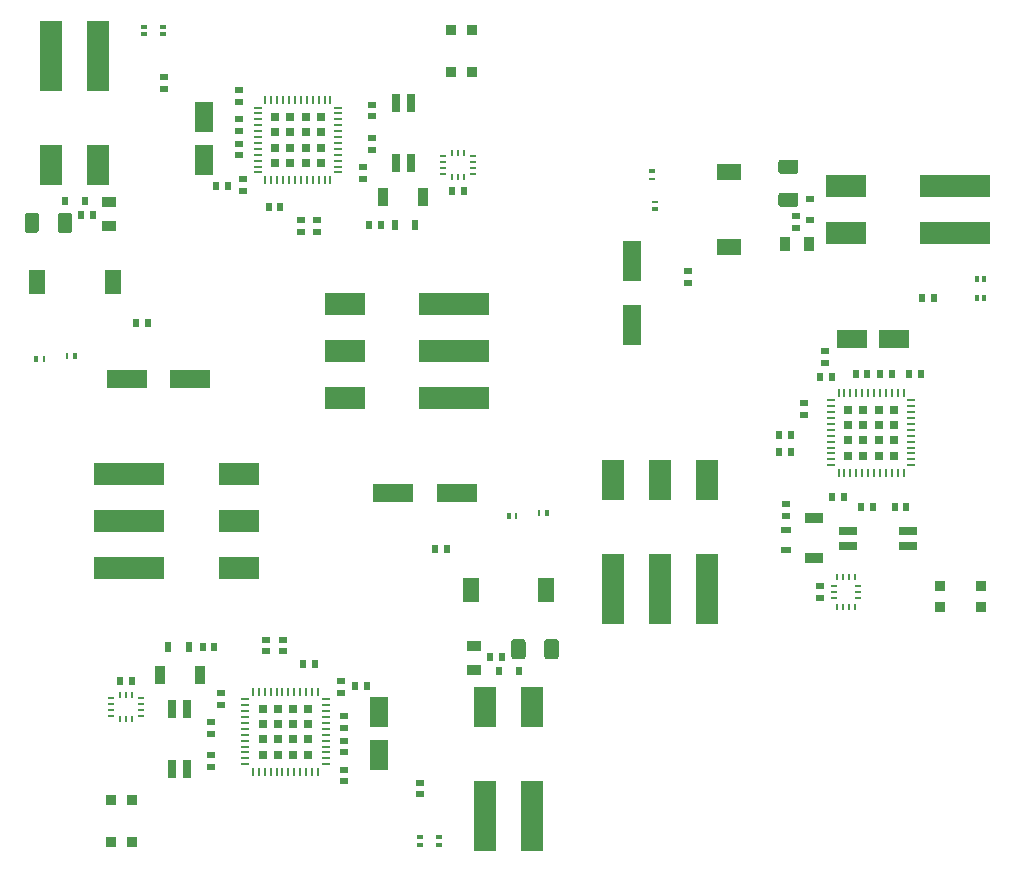
<source format=gtp>
G04 #@! TF.GenerationSoftware,KiCad,Pcbnew,5.0.2-bee76a0~70~ubuntu18.04.1*
G04 #@! TF.CreationDate,2019-02-13T09:30:15+01:00*
G04 #@! TF.ProjectId,motorboard_panel_x3,6d6f746f-7262-46f6-9172-645f70616e65,rev?*
G04 #@! TF.SameCoordinates,Original*
G04 #@! TF.FileFunction,Paste,Top*
G04 #@! TF.FilePolarity,Positive*
%FSLAX46Y46*%
G04 Gerber Fmt 4.6, Leading zero omitted, Abs format (unit mm)*
G04 Created by KiCad (PCBNEW 5.0.2-bee76a0~70~ubuntu18.04.1) date Wed 13 Feb 2019 09:30:15 CET*
%MOMM*%
%LPD*%
G01*
G04 APERTURE LIST*
%ADD10R,0.550000X0.400000*%
%ADD11R,1.200000X0.950000*%
%ADD12R,0.550000X0.650000*%
%ADD13R,0.650000X0.550000*%
%ADD14R,0.250000X0.500000*%
%ADD15R,0.300000X0.550000*%
%ADD16R,0.950000X0.950000*%
%ADD17R,3.450000X1.950000*%
%ADD18R,5.950000X1.950000*%
%ADD19R,1.450000X2.150000*%
%ADD20R,0.625000X0.200000*%
%ADD21R,0.200000X0.625000*%
%ADD22R,0.722500X0.722500*%
%ADD23R,0.650000X0.200000*%
%ADD24R,0.200000X0.650000*%
%ADD25R,0.710000X1.550000*%
%ADD26R,1.550000X2.550000*%
%ADD27R,0.620000X0.950000*%
%ADD28R,3.450000X1.550000*%
%ADD29R,0.550000X0.750000*%
%ADD30R,1.950000X3.450000*%
%ADD31R,1.950000X5.950000*%
%ADD32R,0.850000X1.650000*%
%ADD33C,0.100000*%
%ADD34C,1.200000*%
%ADD35R,0.400000X0.550000*%
%ADD36R,0.950000X1.200000*%
%ADD37R,0.500000X0.250000*%
%ADD38R,0.550000X0.300000*%
%ADD39R,2.150000X1.450000*%
%ADD40R,1.550000X0.710000*%
%ADD41R,2.550000X1.550000*%
%ADD42R,0.950000X0.620000*%
%ADD43R,1.550000X3.450000*%
%ADD44R,0.750000X0.550000*%
%ADD45R,1.650000X0.850000*%
G04 APERTURE END LIST*
D10*
G04 #@! TO.C,D6*
X120500000Y-147800000D03*
X118900000Y-147800000D03*
X118900000Y-148400000D03*
X120500000Y-148400000D03*
G04 #@! TD*
D11*
G04 #@! TO.C,C21*
X123450000Y-133591000D03*
X123450000Y-131591000D03*
G04 #@! TD*
D12*
G04 #@! TO.C,TH1*
X121153500Y-123383500D03*
X120153500Y-123383500D03*
G04 #@! TD*
D13*
G04 #@! TO.C,C44*
X101200000Y-141850000D03*
X101200000Y-140850000D03*
G04 #@! TD*
G04 #@! TO.C,C24*
X112425000Y-137550000D03*
X112425000Y-138550000D03*
G04 #@! TD*
D14*
G04 #@! TO.C,D2*
X128964500Y-120335500D03*
D15*
X129614500Y-120335500D03*
G04 #@! TD*
G04 #@! TO.C,D3*
X126375000Y-120600000D03*
D14*
X127025000Y-120600000D03*
G04 #@! TD*
D16*
G04 #@! TO.C,D4*
X92725000Y-148150000D03*
X94475000Y-148150000D03*
X92725000Y-144650000D03*
X94475000Y-144650000D03*
G04 #@! TD*
D17*
G04 #@! TO.C,J1*
X103500000Y-125000000D03*
D18*
X94250000Y-125000000D03*
X94250000Y-121000000D03*
D17*
X103500000Y-121000000D03*
D18*
X94250000Y-117000000D03*
D17*
X103500000Y-117000000D03*
G04 #@! TD*
D19*
G04 #@! TO.C,L1*
X123168500Y-126812500D03*
X129568500Y-126812500D03*
G04 #@! TD*
D12*
G04 #@! TO.C,C5*
X108950000Y-133150000D03*
X109950000Y-133150000D03*
G04 #@! TD*
G04 #@! TO.C,C3*
X114375000Y-134950000D03*
X113375000Y-134950000D03*
G04 #@! TD*
D20*
G04 #@! TO.C,U5*
X92687500Y-137500000D03*
X92687500Y-137000000D03*
X92687500Y-136500000D03*
X92687500Y-136000000D03*
X95212500Y-136000000D03*
X95212500Y-136500000D03*
X95212500Y-137000000D03*
X95212500Y-137500000D03*
D21*
X93450000Y-135737500D03*
X93950000Y-135737500D03*
X94450000Y-135737500D03*
X93450000Y-137762500D03*
X94450000Y-137762500D03*
X93950000Y-137762500D03*
G04 #@! TD*
D13*
G04 #@! TO.C,C2*
X107250000Y-131050000D03*
X107250000Y-132050000D03*
G04 #@! TD*
G04 #@! TO.C,C9*
X112450000Y-142050000D03*
X112450000Y-143050000D03*
G04 #@! TD*
G04 #@! TO.C,C8*
X118850000Y-143150000D03*
X118850000Y-144150000D03*
G04 #@! TD*
G04 #@! TO.C,C10*
X112425000Y-139600000D03*
X112425000Y-140600000D03*
G04 #@! TD*
D22*
G04 #@! TO.C,U1*
X109398750Y-136921250D03*
X108111250Y-136921250D03*
X106823750Y-136921250D03*
X105536250Y-136921250D03*
X109398750Y-138208750D03*
X108111250Y-138208750D03*
X106823750Y-138208750D03*
X105536250Y-138208750D03*
X109398750Y-139496250D03*
X108111250Y-139496250D03*
X106823750Y-139496250D03*
X105536250Y-139496250D03*
X109398750Y-140783750D03*
X108111250Y-140783750D03*
X106823750Y-140783750D03*
X105536250Y-140783750D03*
D23*
X110867500Y-136102500D03*
X110867500Y-136602500D03*
X110867500Y-137102500D03*
X110867500Y-137602500D03*
X110867500Y-138102500D03*
X110867500Y-138602500D03*
X110867500Y-139102500D03*
X110867500Y-139602500D03*
X110867500Y-140102500D03*
X110867500Y-140602500D03*
X110867500Y-141102500D03*
X110867500Y-141602500D03*
D24*
X110217500Y-142252500D03*
X109717500Y-142252500D03*
X109217500Y-142252500D03*
X108717500Y-142252500D03*
X108217500Y-142252500D03*
X107717500Y-142252500D03*
X107217500Y-142252500D03*
X106717500Y-142252500D03*
X106217500Y-142252500D03*
X105717500Y-142252500D03*
X105217500Y-142252500D03*
X104717500Y-142252500D03*
D23*
X104067500Y-141602500D03*
X104067500Y-141102500D03*
X104067500Y-140602500D03*
X104067500Y-140102500D03*
X104067500Y-139602500D03*
X104067500Y-139102500D03*
X104067500Y-138602500D03*
X104067500Y-138102500D03*
X104067500Y-137602500D03*
X104067500Y-137102500D03*
X104067500Y-136602500D03*
X104067500Y-136102500D03*
D24*
X104717500Y-135452500D03*
X105217500Y-135452500D03*
X105717500Y-135452500D03*
X106217500Y-135452500D03*
X106717500Y-135452500D03*
X107217500Y-135452500D03*
X107717500Y-135452500D03*
X108217500Y-135452500D03*
X108717500Y-135452500D03*
X109217500Y-135452500D03*
X109717500Y-135452500D03*
X110217500Y-135452500D03*
G04 #@! TD*
D25*
G04 #@! TO.C,SW2*
X99135000Y-141990000D03*
X97865000Y-136910000D03*
X97865000Y-141990000D03*
X99135000Y-136910000D03*
G04 #@! TD*
D26*
G04 #@! TO.C,C23*
X115400000Y-140800000D03*
X115400000Y-137200000D03*
G04 #@! TD*
D13*
G04 #@! TO.C,C4*
X112160000Y-135560000D03*
X112160000Y-134560000D03*
G04 #@! TD*
G04 #@! TO.C,C1*
X105850000Y-132050000D03*
X105850000Y-131050000D03*
G04 #@! TD*
G04 #@! TO.C,C45*
X101200000Y-138000000D03*
X101200000Y-139000000D03*
G04 #@! TD*
D12*
G04 #@! TO.C,R26*
X101450000Y-131650000D03*
X100450000Y-131650000D03*
G04 #@! TD*
D27*
G04 #@! TO.C,D5*
X99275000Y-131650000D03*
X97525000Y-131650000D03*
G04 #@! TD*
D28*
G04 #@! TO.C,C33*
X116575000Y-118600000D03*
X121975000Y-118600000D03*
G04 #@! TD*
D29*
G04 #@! TO.C,D1*
X125518500Y-133670500D03*
X127218500Y-133670500D03*
G04 #@! TD*
D30*
G04 #@! TO.C,J10*
X128368500Y-136739000D03*
D31*
X128368500Y-145989000D03*
X124368500Y-145989000D03*
D30*
X124368500Y-136739000D03*
G04 #@! TD*
D12*
G04 #@! TO.C,C20*
X124800000Y-132500000D03*
X125800000Y-132500000D03*
G04 #@! TD*
D32*
G04 #@! TO.C,SW1*
X96850000Y-134050000D03*
X100250000Y-134050000D03*
G04 #@! TD*
D33*
G04 #@! TO.C,F1*
G36*
X130383524Y-131001156D02*
X130406822Y-131004612D01*
X130429668Y-131010334D01*
X130451844Y-131018269D01*
X130473135Y-131028339D01*
X130493337Y-131040447D01*
X130512254Y-131054477D01*
X130529706Y-131070294D01*
X130545523Y-131087746D01*
X130559553Y-131106663D01*
X130571661Y-131126865D01*
X130581731Y-131148156D01*
X130589666Y-131170332D01*
X130595388Y-131193178D01*
X130598844Y-131216476D01*
X130600000Y-131240000D01*
X130600000Y-132460000D01*
X130598844Y-132483524D01*
X130595388Y-132506822D01*
X130589666Y-132529668D01*
X130581731Y-132551844D01*
X130571661Y-132573135D01*
X130559553Y-132593337D01*
X130545523Y-132612254D01*
X130529706Y-132629706D01*
X130512254Y-132645523D01*
X130493337Y-132659553D01*
X130473135Y-132671661D01*
X130451844Y-132681731D01*
X130429668Y-132689666D01*
X130406822Y-132695388D01*
X130383524Y-132698844D01*
X130360000Y-132700000D01*
X129640000Y-132700000D01*
X129616476Y-132698844D01*
X129593178Y-132695388D01*
X129570332Y-132689666D01*
X129548156Y-132681731D01*
X129526865Y-132671661D01*
X129506663Y-132659553D01*
X129487746Y-132645523D01*
X129470294Y-132629706D01*
X129454477Y-132612254D01*
X129440447Y-132593337D01*
X129428339Y-132573135D01*
X129418269Y-132551844D01*
X129410334Y-132529668D01*
X129404612Y-132506822D01*
X129401156Y-132483524D01*
X129400000Y-132460000D01*
X129400000Y-131240000D01*
X129401156Y-131216476D01*
X129404612Y-131193178D01*
X129410334Y-131170332D01*
X129418269Y-131148156D01*
X129428339Y-131126865D01*
X129440447Y-131106663D01*
X129454477Y-131087746D01*
X129470294Y-131070294D01*
X129487746Y-131054477D01*
X129506663Y-131040447D01*
X129526865Y-131028339D01*
X129548156Y-131018269D01*
X129570332Y-131010334D01*
X129593178Y-131004612D01*
X129616476Y-131001156D01*
X129640000Y-131000000D01*
X130360000Y-131000000D01*
X130383524Y-131001156D01*
X130383524Y-131001156D01*
G37*
D34*
X130000000Y-131850000D03*
D33*
G36*
X127583524Y-131001156D02*
X127606822Y-131004612D01*
X127629668Y-131010334D01*
X127651844Y-131018269D01*
X127673135Y-131028339D01*
X127693337Y-131040447D01*
X127712254Y-131054477D01*
X127729706Y-131070294D01*
X127745523Y-131087746D01*
X127759553Y-131106663D01*
X127771661Y-131126865D01*
X127781731Y-131148156D01*
X127789666Y-131170332D01*
X127795388Y-131193178D01*
X127798844Y-131216476D01*
X127800000Y-131240000D01*
X127800000Y-132460000D01*
X127798844Y-132483524D01*
X127795388Y-132506822D01*
X127789666Y-132529668D01*
X127781731Y-132551844D01*
X127771661Y-132573135D01*
X127759553Y-132593337D01*
X127745523Y-132612254D01*
X127729706Y-132629706D01*
X127712254Y-132645523D01*
X127693337Y-132659553D01*
X127673135Y-132671661D01*
X127651844Y-132681731D01*
X127629668Y-132689666D01*
X127606822Y-132695388D01*
X127583524Y-132698844D01*
X127560000Y-132700000D01*
X126840000Y-132700000D01*
X126816476Y-132698844D01*
X126793178Y-132695388D01*
X126770332Y-132689666D01*
X126748156Y-132681731D01*
X126726865Y-132671661D01*
X126706663Y-132659553D01*
X126687746Y-132645523D01*
X126670294Y-132629706D01*
X126654477Y-132612254D01*
X126640447Y-132593337D01*
X126628339Y-132573135D01*
X126618269Y-132551844D01*
X126610334Y-132529668D01*
X126604612Y-132506822D01*
X126601156Y-132483524D01*
X126600000Y-132460000D01*
X126600000Y-131240000D01*
X126601156Y-131216476D01*
X126604612Y-131193178D01*
X126610334Y-131170332D01*
X126618269Y-131148156D01*
X126628339Y-131126865D01*
X126640447Y-131106663D01*
X126654477Y-131087746D01*
X126670294Y-131070294D01*
X126687746Y-131054477D01*
X126706663Y-131040447D01*
X126726865Y-131028339D01*
X126748156Y-131018269D01*
X126770332Y-131010334D01*
X126793178Y-131004612D01*
X126816476Y-131001156D01*
X126840000Y-131000000D01*
X127560000Y-131000000D01*
X127583524Y-131001156D01*
X127583524Y-131001156D01*
G37*
D34*
X127200000Y-131850000D03*
G04 #@! TD*
D12*
G04 #@! TO.C,C34*
X94450000Y-134550000D03*
X93450000Y-134550000D03*
G04 #@! TD*
D13*
G04 #@! TO.C,R1*
X102000000Y-135550000D03*
X102000000Y-136550000D03*
G04 #@! TD*
D35*
G04 #@! TO.C,D6*
X166000000Y-100500000D03*
X166000000Y-102100000D03*
X166600000Y-102100000D03*
X166600000Y-100500000D03*
G04 #@! TD*
D36*
G04 #@! TO.C,C21*
X151791000Y-97550000D03*
X149791000Y-97550000D03*
G04 #@! TD*
D13*
G04 #@! TO.C,TH1*
X141583500Y-99846500D03*
X141583500Y-100846500D03*
G04 #@! TD*
D12*
G04 #@! TO.C,C44*
X160050000Y-119800000D03*
X159050000Y-119800000D03*
G04 #@! TD*
G04 #@! TO.C,C24*
X155750000Y-108575000D03*
X156750000Y-108575000D03*
G04 #@! TD*
D37*
G04 #@! TO.C,D2*
X138535500Y-92035500D03*
D38*
X138535500Y-91385500D03*
G04 #@! TD*
G04 #@! TO.C,D3*
X138800000Y-94625000D03*
D37*
X138800000Y-93975000D03*
G04 #@! TD*
D16*
G04 #@! TO.C,D4*
X166350000Y-128275000D03*
X166350000Y-126525000D03*
X162850000Y-128275000D03*
X162850000Y-126525000D03*
G04 #@! TD*
D30*
G04 #@! TO.C,J1*
X143200000Y-117500000D03*
D31*
X143200000Y-126750000D03*
X139200000Y-126750000D03*
D30*
X139200000Y-117500000D03*
D31*
X135200000Y-126750000D03*
D30*
X135200000Y-117500000D03*
G04 #@! TD*
D39*
G04 #@! TO.C,L1*
X145012500Y-97831500D03*
X145012500Y-91431500D03*
G04 #@! TD*
D13*
G04 #@! TO.C,C5*
X151350000Y-112050000D03*
X151350000Y-111050000D03*
G04 #@! TD*
G04 #@! TO.C,C3*
X153150000Y-106625000D03*
X153150000Y-107625000D03*
G04 #@! TD*
D21*
G04 #@! TO.C,U5*
X155700000Y-128312500D03*
X155200000Y-128312500D03*
X154700000Y-128312500D03*
X154200000Y-128312500D03*
X154200000Y-125787500D03*
X154700000Y-125787500D03*
X155200000Y-125787500D03*
X155700000Y-125787500D03*
D20*
X153937500Y-127550000D03*
X153937500Y-127050000D03*
X153937500Y-126550000D03*
X155962500Y-127550000D03*
X155962500Y-126550000D03*
X155962500Y-127050000D03*
G04 #@! TD*
D12*
G04 #@! TO.C,C2*
X149250000Y-113750000D03*
X150250000Y-113750000D03*
G04 #@! TD*
G04 #@! TO.C,C9*
X160250000Y-108550000D03*
X161250000Y-108550000D03*
G04 #@! TD*
G04 #@! TO.C,C8*
X161350000Y-102150000D03*
X162350000Y-102150000D03*
G04 #@! TD*
G04 #@! TO.C,C10*
X157800000Y-108575000D03*
X158800000Y-108575000D03*
G04 #@! TD*
D22*
G04 #@! TO.C,U1*
X155121250Y-111601250D03*
X155121250Y-112888750D03*
X155121250Y-114176250D03*
X155121250Y-115463750D03*
X156408750Y-111601250D03*
X156408750Y-112888750D03*
X156408750Y-114176250D03*
X156408750Y-115463750D03*
X157696250Y-111601250D03*
X157696250Y-112888750D03*
X157696250Y-114176250D03*
X157696250Y-115463750D03*
X158983750Y-111601250D03*
X158983750Y-112888750D03*
X158983750Y-114176250D03*
X158983750Y-115463750D03*
D24*
X154302500Y-110132500D03*
X154802500Y-110132500D03*
X155302500Y-110132500D03*
X155802500Y-110132500D03*
X156302500Y-110132500D03*
X156802500Y-110132500D03*
X157302500Y-110132500D03*
X157802500Y-110132500D03*
X158302500Y-110132500D03*
X158802500Y-110132500D03*
X159302500Y-110132500D03*
X159802500Y-110132500D03*
D23*
X160452500Y-110782500D03*
X160452500Y-111282500D03*
X160452500Y-111782500D03*
X160452500Y-112282500D03*
X160452500Y-112782500D03*
X160452500Y-113282500D03*
X160452500Y-113782500D03*
X160452500Y-114282500D03*
X160452500Y-114782500D03*
X160452500Y-115282500D03*
X160452500Y-115782500D03*
X160452500Y-116282500D03*
D24*
X159802500Y-116932500D03*
X159302500Y-116932500D03*
X158802500Y-116932500D03*
X158302500Y-116932500D03*
X157802500Y-116932500D03*
X157302500Y-116932500D03*
X156802500Y-116932500D03*
X156302500Y-116932500D03*
X155802500Y-116932500D03*
X155302500Y-116932500D03*
X154802500Y-116932500D03*
X154302500Y-116932500D03*
D23*
X153652500Y-116282500D03*
X153652500Y-115782500D03*
X153652500Y-115282500D03*
X153652500Y-114782500D03*
X153652500Y-114282500D03*
X153652500Y-113782500D03*
X153652500Y-113282500D03*
X153652500Y-112782500D03*
X153652500Y-112282500D03*
X153652500Y-111782500D03*
X153652500Y-111282500D03*
X153652500Y-110782500D03*
G04 #@! TD*
D40*
G04 #@! TO.C,SW2*
X160190000Y-121865000D03*
X155110000Y-123135000D03*
X160190000Y-123135000D03*
X155110000Y-121865000D03*
G04 #@! TD*
D41*
G04 #@! TO.C,C23*
X159000000Y-105600000D03*
X155400000Y-105600000D03*
G04 #@! TD*
D12*
G04 #@! TO.C,C4*
X153760000Y-108840000D03*
X152760000Y-108840000D03*
G04 #@! TD*
G04 #@! TO.C,C1*
X150250000Y-115150000D03*
X149250000Y-115150000D03*
G04 #@! TD*
G04 #@! TO.C,C45*
X156200000Y-119800000D03*
X157200000Y-119800000D03*
G04 #@! TD*
D13*
G04 #@! TO.C,R26*
X149850000Y-119550000D03*
X149850000Y-120550000D03*
G04 #@! TD*
D42*
G04 #@! TO.C,D5*
X149850000Y-121725000D03*
X149850000Y-123475000D03*
G04 #@! TD*
D43*
G04 #@! TO.C,C33*
X136800000Y-104425000D03*
X136800000Y-99025000D03*
G04 #@! TD*
D44*
G04 #@! TO.C,D1*
X151870500Y-95481500D03*
X151870500Y-93781500D03*
G04 #@! TD*
D17*
G04 #@! TO.C,J10*
X154939000Y-92631500D03*
D18*
X164189000Y-92631500D03*
X164189000Y-96631500D03*
D17*
X154939000Y-96631500D03*
G04 #@! TD*
D13*
G04 #@! TO.C,C20*
X150700000Y-96200000D03*
X150700000Y-95200000D03*
G04 #@! TD*
D45*
G04 #@! TO.C,SW1*
X152250000Y-124150000D03*
X152250000Y-120750000D03*
G04 #@! TD*
D33*
G04 #@! TO.C,F1*
G36*
X150683524Y-90401156D02*
X150706822Y-90404612D01*
X150729668Y-90410334D01*
X150751844Y-90418269D01*
X150773135Y-90428339D01*
X150793337Y-90440447D01*
X150812254Y-90454477D01*
X150829706Y-90470294D01*
X150845523Y-90487746D01*
X150859553Y-90506663D01*
X150871661Y-90526865D01*
X150881731Y-90548156D01*
X150889666Y-90570332D01*
X150895388Y-90593178D01*
X150898844Y-90616476D01*
X150900000Y-90640000D01*
X150900000Y-91360000D01*
X150898844Y-91383524D01*
X150895388Y-91406822D01*
X150889666Y-91429668D01*
X150881731Y-91451844D01*
X150871661Y-91473135D01*
X150859553Y-91493337D01*
X150845523Y-91512254D01*
X150829706Y-91529706D01*
X150812254Y-91545523D01*
X150793337Y-91559553D01*
X150773135Y-91571661D01*
X150751844Y-91581731D01*
X150729668Y-91589666D01*
X150706822Y-91595388D01*
X150683524Y-91598844D01*
X150660000Y-91600000D01*
X149440000Y-91600000D01*
X149416476Y-91598844D01*
X149393178Y-91595388D01*
X149370332Y-91589666D01*
X149348156Y-91581731D01*
X149326865Y-91571661D01*
X149306663Y-91559553D01*
X149287746Y-91545523D01*
X149270294Y-91529706D01*
X149254477Y-91512254D01*
X149240447Y-91493337D01*
X149228339Y-91473135D01*
X149218269Y-91451844D01*
X149210334Y-91429668D01*
X149204612Y-91406822D01*
X149201156Y-91383524D01*
X149200000Y-91360000D01*
X149200000Y-90640000D01*
X149201156Y-90616476D01*
X149204612Y-90593178D01*
X149210334Y-90570332D01*
X149218269Y-90548156D01*
X149228339Y-90526865D01*
X149240447Y-90506663D01*
X149254477Y-90487746D01*
X149270294Y-90470294D01*
X149287746Y-90454477D01*
X149306663Y-90440447D01*
X149326865Y-90428339D01*
X149348156Y-90418269D01*
X149370332Y-90410334D01*
X149393178Y-90404612D01*
X149416476Y-90401156D01*
X149440000Y-90400000D01*
X150660000Y-90400000D01*
X150683524Y-90401156D01*
X150683524Y-90401156D01*
G37*
D34*
X150050000Y-91000000D03*
D33*
G36*
X150683524Y-93201156D02*
X150706822Y-93204612D01*
X150729668Y-93210334D01*
X150751844Y-93218269D01*
X150773135Y-93228339D01*
X150793337Y-93240447D01*
X150812254Y-93254477D01*
X150829706Y-93270294D01*
X150845523Y-93287746D01*
X150859553Y-93306663D01*
X150871661Y-93326865D01*
X150881731Y-93348156D01*
X150889666Y-93370332D01*
X150895388Y-93393178D01*
X150898844Y-93416476D01*
X150900000Y-93440000D01*
X150900000Y-94160000D01*
X150898844Y-94183524D01*
X150895388Y-94206822D01*
X150889666Y-94229668D01*
X150881731Y-94251844D01*
X150871661Y-94273135D01*
X150859553Y-94293337D01*
X150845523Y-94312254D01*
X150829706Y-94329706D01*
X150812254Y-94345523D01*
X150793337Y-94359553D01*
X150773135Y-94371661D01*
X150751844Y-94381731D01*
X150729668Y-94389666D01*
X150706822Y-94395388D01*
X150683524Y-94398844D01*
X150660000Y-94400000D01*
X149440000Y-94400000D01*
X149416476Y-94398844D01*
X149393178Y-94395388D01*
X149370332Y-94389666D01*
X149348156Y-94381731D01*
X149326865Y-94371661D01*
X149306663Y-94359553D01*
X149287746Y-94345523D01*
X149270294Y-94329706D01*
X149254477Y-94312254D01*
X149240447Y-94293337D01*
X149228339Y-94273135D01*
X149218269Y-94251844D01*
X149210334Y-94229668D01*
X149204612Y-94206822D01*
X149201156Y-94183524D01*
X149200000Y-94160000D01*
X149200000Y-93440000D01*
X149201156Y-93416476D01*
X149204612Y-93393178D01*
X149210334Y-93370332D01*
X149218269Y-93348156D01*
X149228339Y-93326865D01*
X149240447Y-93306663D01*
X149254477Y-93287746D01*
X149270294Y-93270294D01*
X149287746Y-93254477D01*
X149306663Y-93240447D01*
X149326865Y-93228339D01*
X149348156Y-93218269D01*
X149370332Y-93210334D01*
X149393178Y-93204612D01*
X149416476Y-93201156D01*
X149440000Y-93200000D01*
X150660000Y-93200000D01*
X150683524Y-93201156D01*
X150683524Y-93201156D01*
G37*
D34*
X150050000Y-93800000D03*
G04 #@! TD*
D13*
G04 #@! TO.C,C34*
X152750000Y-126550000D03*
X152750000Y-127550000D03*
G04 #@! TD*
D12*
G04 #@! TO.C,R1*
X153750000Y-119000000D03*
X154750000Y-119000000D03*
G04 #@! TD*
D10*
G04 #@! TO.C,D6*
X95500000Y-79200000D03*
X97100000Y-79200000D03*
X97100000Y-79800000D03*
X95500000Y-79800000D03*
G04 #@! TD*
D29*
G04 #@! TO.C,D1*
X88781500Y-93929500D03*
X90481500Y-93929500D03*
G04 #@! TD*
D19*
G04 #@! TO.C,L1*
X86431500Y-100787500D03*
X92831500Y-100787500D03*
G04 #@! TD*
D32*
G04 #@! TO.C,SW1*
X115750000Y-93550000D03*
X119150000Y-93550000D03*
G04 #@! TD*
D24*
G04 #@! TO.C,U1*
X105782500Y-92147500D03*
X106282500Y-92147500D03*
X106782500Y-92147500D03*
X107282500Y-92147500D03*
X107782500Y-92147500D03*
X108282500Y-92147500D03*
X108782500Y-92147500D03*
X109282500Y-92147500D03*
X109782500Y-92147500D03*
X110282500Y-92147500D03*
X110782500Y-92147500D03*
X111282500Y-92147500D03*
D23*
X111932500Y-91497500D03*
X111932500Y-90997500D03*
X111932500Y-90497500D03*
X111932500Y-89997500D03*
X111932500Y-89497500D03*
X111932500Y-88997500D03*
X111932500Y-88497500D03*
X111932500Y-87997500D03*
X111932500Y-87497500D03*
X111932500Y-86997500D03*
X111932500Y-86497500D03*
X111932500Y-85997500D03*
D24*
X111282500Y-85347500D03*
X110782500Y-85347500D03*
X110282500Y-85347500D03*
X109782500Y-85347500D03*
X109282500Y-85347500D03*
X108782500Y-85347500D03*
X108282500Y-85347500D03*
X107782500Y-85347500D03*
X107282500Y-85347500D03*
X106782500Y-85347500D03*
X106282500Y-85347500D03*
X105782500Y-85347500D03*
D23*
X105132500Y-85997500D03*
X105132500Y-86497500D03*
X105132500Y-86997500D03*
X105132500Y-87497500D03*
X105132500Y-87997500D03*
X105132500Y-88497500D03*
X105132500Y-88997500D03*
X105132500Y-89497500D03*
X105132500Y-89997500D03*
X105132500Y-90497500D03*
X105132500Y-90997500D03*
X105132500Y-91497500D03*
D22*
X110463750Y-86816250D03*
X109176250Y-86816250D03*
X107888750Y-86816250D03*
X106601250Y-86816250D03*
X110463750Y-88103750D03*
X109176250Y-88103750D03*
X107888750Y-88103750D03*
X106601250Y-88103750D03*
X110463750Y-89391250D03*
X109176250Y-89391250D03*
X107888750Y-89391250D03*
X106601250Y-89391250D03*
X110463750Y-90678750D03*
X109176250Y-90678750D03*
X107888750Y-90678750D03*
X106601250Y-90678750D03*
G04 #@! TD*
D11*
G04 #@! TO.C,C21*
X92550000Y-96009000D03*
X92550000Y-94009000D03*
G04 #@! TD*
D25*
G04 #@! TO.C,SW2*
X116865000Y-90690000D03*
X118135000Y-85610000D03*
X118135000Y-90690000D03*
X116865000Y-85610000D03*
G04 #@! TD*
D28*
G04 #@! TO.C,C33*
X94025000Y-109000000D03*
X99425000Y-109000000D03*
G04 #@! TD*
D26*
G04 #@! TO.C,C23*
X100600000Y-90400000D03*
X100600000Y-86800000D03*
G04 #@! TD*
D21*
G04 #@! TO.C,U5*
X122050000Y-89837500D03*
X121550000Y-89837500D03*
X122550000Y-89837500D03*
X121550000Y-91862500D03*
X122050000Y-91862500D03*
X122550000Y-91862500D03*
D20*
X120787500Y-90100000D03*
X120787500Y-90600000D03*
X120787500Y-91100000D03*
X120787500Y-91600000D03*
X123312500Y-91600000D03*
X123312500Y-91100000D03*
X123312500Y-90600000D03*
X123312500Y-90100000D03*
G04 #@! TD*
D27*
G04 #@! TO.C,D5*
X118475000Y-95950000D03*
X116725000Y-95950000D03*
G04 #@! TD*
D13*
G04 #@! TO.C,C1*
X110150000Y-96550000D03*
X110150000Y-95550000D03*
G04 #@! TD*
G04 #@! TO.C,C2*
X108750000Y-95550000D03*
X108750000Y-96550000D03*
G04 #@! TD*
D12*
G04 #@! TO.C,C3*
X102625000Y-92650000D03*
X101625000Y-92650000D03*
G04 #@! TD*
D13*
G04 #@! TO.C,C4*
X103840000Y-93040000D03*
X103840000Y-92040000D03*
G04 #@! TD*
D12*
G04 #@! TO.C,C5*
X106050000Y-94450000D03*
X107050000Y-94450000D03*
G04 #@! TD*
D13*
G04 #@! TO.C,C8*
X97150000Y-83450000D03*
X97150000Y-84450000D03*
G04 #@! TD*
G04 #@! TO.C,C9*
X103550000Y-84550000D03*
X103550000Y-85550000D03*
G04 #@! TD*
G04 #@! TO.C,C10*
X103575000Y-87000000D03*
X103575000Y-88000000D03*
G04 #@! TD*
D12*
G04 #@! TO.C,C20*
X90200000Y-95100000D03*
X91200000Y-95100000D03*
G04 #@! TD*
D13*
G04 #@! TO.C,C24*
X103575000Y-89050000D03*
X103575000Y-90050000D03*
G04 #@! TD*
D12*
G04 #@! TO.C,C34*
X122550000Y-93050000D03*
X121550000Y-93050000D03*
G04 #@! TD*
D15*
G04 #@! TO.C,D2*
X86385500Y-107264500D03*
D14*
X87035500Y-107264500D03*
G04 #@! TD*
G04 #@! TO.C,D3*
X88975000Y-107000000D03*
D15*
X89625000Y-107000000D03*
G04 #@! TD*
D16*
G04 #@! TO.C,D4*
X121525000Y-82950000D03*
X123275000Y-82950000D03*
X121525000Y-79450000D03*
X123275000Y-79450000D03*
G04 #@! TD*
D17*
G04 #@! TO.C,J1*
X112500000Y-110600000D03*
D18*
X121750000Y-110600000D03*
D17*
X112500000Y-106600000D03*
D18*
X121750000Y-106600000D03*
X121750000Y-102600000D03*
D17*
X112500000Y-102600000D03*
G04 #@! TD*
D30*
G04 #@! TO.C,J10*
X91631500Y-90861000D03*
D31*
X91631500Y-81611000D03*
X87631500Y-81611000D03*
D30*
X87631500Y-90861000D03*
G04 #@! TD*
D13*
G04 #@! TO.C,R1*
X114000000Y-91050000D03*
X114000000Y-92050000D03*
G04 #@! TD*
D12*
G04 #@! TO.C,R26*
X115550000Y-95950000D03*
X114550000Y-95950000D03*
G04 #@! TD*
G04 #@! TO.C,TH1*
X95846500Y-104216500D03*
X94846500Y-104216500D03*
G04 #@! TD*
D13*
G04 #@! TO.C,C44*
X114800000Y-86750000D03*
X114800000Y-85750000D03*
G04 #@! TD*
G04 #@! TO.C,C45*
X114800000Y-88600000D03*
X114800000Y-89600000D03*
G04 #@! TD*
D33*
G04 #@! TO.C,F1*
G36*
X89183524Y-94901156D02*
X89206822Y-94904612D01*
X89229668Y-94910334D01*
X89251844Y-94918269D01*
X89273135Y-94928339D01*
X89293337Y-94940447D01*
X89312254Y-94954477D01*
X89329706Y-94970294D01*
X89345523Y-94987746D01*
X89359553Y-95006663D01*
X89371661Y-95026865D01*
X89381731Y-95048156D01*
X89389666Y-95070332D01*
X89395388Y-95093178D01*
X89398844Y-95116476D01*
X89400000Y-95140000D01*
X89400000Y-96360000D01*
X89398844Y-96383524D01*
X89395388Y-96406822D01*
X89389666Y-96429668D01*
X89381731Y-96451844D01*
X89371661Y-96473135D01*
X89359553Y-96493337D01*
X89345523Y-96512254D01*
X89329706Y-96529706D01*
X89312254Y-96545523D01*
X89293337Y-96559553D01*
X89273135Y-96571661D01*
X89251844Y-96581731D01*
X89229668Y-96589666D01*
X89206822Y-96595388D01*
X89183524Y-96598844D01*
X89160000Y-96600000D01*
X88440000Y-96600000D01*
X88416476Y-96598844D01*
X88393178Y-96595388D01*
X88370332Y-96589666D01*
X88348156Y-96581731D01*
X88326865Y-96571661D01*
X88306663Y-96559553D01*
X88287746Y-96545523D01*
X88270294Y-96529706D01*
X88254477Y-96512254D01*
X88240447Y-96493337D01*
X88228339Y-96473135D01*
X88218269Y-96451844D01*
X88210334Y-96429668D01*
X88204612Y-96406822D01*
X88201156Y-96383524D01*
X88200000Y-96360000D01*
X88200000Y-95140000D01*
X88201156Y-95116476D01*
X88204612Y-95093178D01*
X88210334Y-95070332D01*
X88218269Y-95048156D01*
X88228339Y-95026865D01*
X88240447Y-95006663D01*
X88254477Y-94987746D01*
X88270294Y-94970294D01*
X88287746Y-94954477D01*
X88306663Y-94940447D01*
X88326865Y-94928339D01*
X88348156Y-94918269D01*
X88370332Y-94910334D01*
X88393178Y-94904612D01*
X88416476Y-94901156D01*
X88440000Y-94900000D01*
X89160000Y-94900000D01*
X89183524Y-94901156D01*
X89183524Y-94901156D01*
G37*
D34*
X88800000Y-95750000D03*
D33*
G36*
X86383524Y-94901156D02*
X86406822Y-94904612D01*
X86429668Y-94910334D01*
X86451844Y-94918269D01*
X86473135Y-94928339D01*
X86493337Y-94940447D01*
X86512254Y-94954477D01*
X86529706Y-94970294D01*
X86545523Y-94987746D01*
X86559553Y-95006663D01*
X86571661Y-95026865D01*
X86581731Y-95048156D01*
X86589666Y-95070332D01*
X86595388Y-95093178D01*
X86598844Y-95116476D01*
X86600000Y-95140000D01*
X86600000Y-96360000D01*
X86598844Y-96383524D01*
X86595388Y-96406822D01*
X86589666Y-96429668D01*
X86581731Y-96451844D01*
X86571661Y-96473135D01*
X86559553Y-96493337D01*
X86545523Y-96512254D01*
X86529706Y-96529706D01*
X86512254Y-96545523D01*
X86493337Y-96559553D01*
X86473135Y-96571661D01*
X86451844Y-96581731D01*
X86429668Y-96589666D01*
X86406822Y-96595388D01*
X86383524Y-96598844D01*
X86360000Y-96600000D01*
X85640000Y-96600000D01*
X85616476Y-96598844D01*
X85593178Y-96595388D01*
X85570332Y-96589666D01*
X85548156Y-96581731D01*
X85526865Y-96571661D01*
X85506663Y-96559553D01*
X85487746Y-96545523D01*
X85470294Y-96529706D01*
X85454477Y-96512254D01*
X85440447Y-96493337D01*
X85428339Y-96473135D01*
X85418269Y-96451844D01*
X85410334Y-96429668D01*
X85404612Y-96406822D01*
X85401156Y-96383524D01*
X85400000Y-96360000D01*
X85400000Y-95140000D01*
X85401156Y-95116476D01*
X85404612Y-95093178D01*
X85410334Y-95070332D01*
X85418269Y-95048156D01*
X85428339Y-95026865D01*
X85440447Y-95006663D01*
X85454477Y-94987746D01*
X85470294Y-94970294D01*
X85487746Y-94954477D01*
X85506663Y-94940447D01*
X85526865Y-94928339D01*
X85548156Y-94918269D01*
X85570332Y-94910334D01*
X85593178Y-94904612D01*
X85616476Y-94901156D01*
X85640000Y-94900000D01*
X86360000Y-94900000D01*
X86383524Y-94901156D01*
X86383524Y-94901156D01*
G37*
D34*
X86000000Y-95750000D03*
G04 #@! TD*
M02*

</source>
